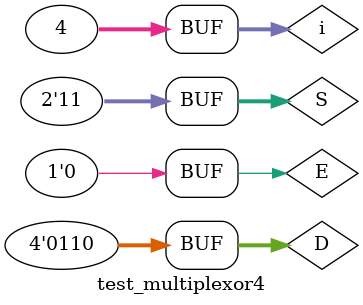
<source format=v>
module multiplexor4(D, E, S, Y);
input [3:0] D;
input [1:0] S;
output reg Y;
input E;

always @(D or S or E) begin

if (E == 1)
  Y=0;
else
  Y=D[S];
end
endmodule

module test_multiplexor4;
reg [3:0] D;
reg [1:0] S;
wire Y;
reg E;
integer i;

multiplexor4 mymux(D, E, S, Y);
initial begin
  E=1; D=6;
  #20;
  E=0;
  for(i = 0; i < 4; i = i+1) begin
    S = i;
    #10;
  end
end


endmodule

</source>
